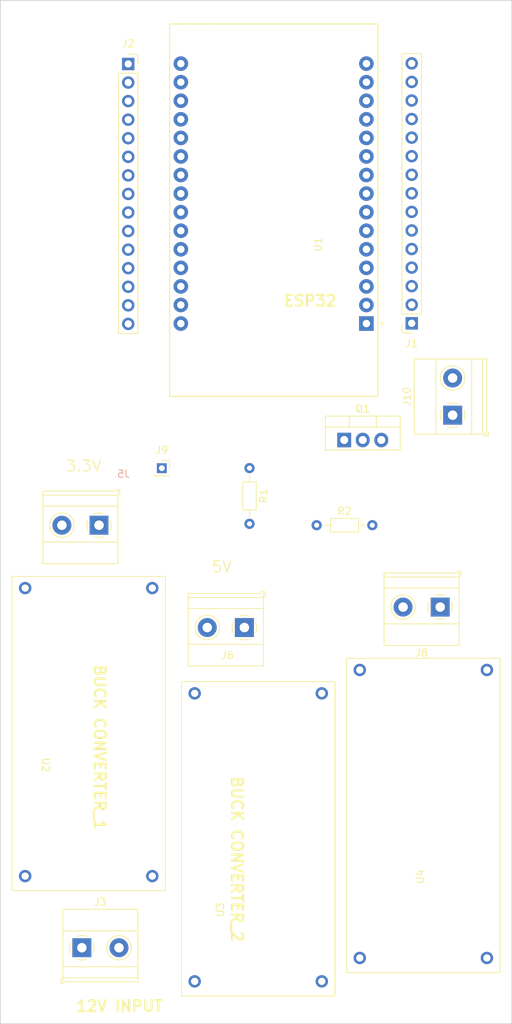
<source format=kicad_pcb>
(kicad_pcb (version 20211014) (generator pcbnew)
  (layers (0 "F.Cu" signal) (31 "B.Cu" signal) (34 "B.Paste" user) (35 "F.Paste" user) (36 "B.SilkS" user "B.Silkscreen") (37 "F.SilkS" user "F.Silkscreen") (38 "B.Mask" user) (39 "F.Mask" user) (44 "Edge.Cuts" user))
  (net 0 "")
  (net 1 "Net-(J1-Pad1)")
  (net 2 "Net-(J1-Pad3)")
  (net 3 "Net-(J1-Pad4)")
  (net 4 "Net-(J1-Pad5)")
  (net 5 "Net-(J1-Pad6)")
  (net 6 "Net-(J1-Pad7)")
  (net 7 "Net-(J1-Pad8)")
  (net 8 "Net-(J1-Pad9)")
  (net 9 "Net-(J1-Pad10)")
  (net 10 "Net-(J1-Pad11)")
  (net 11 "Net-(J1-Pad12)")
  (net 12 "Net-(J1-Pad13)")
  (net 13 "Net-(J1-Pad14)")
  (net 14 "Net-(J1-Pad15)")
  (net 15 "Net-(J2-Pad1)")
  (net 16 "Net-(J2-Pad2)")
  (net 17 "Net-(J2-Pad3)")
  (net 18 "Net-(J2-Pad4)")
  (net 19 "Net-(J2-Pad5)")
  (net 20 "Net-(J2-Pad6)")
  (net 21 "Net-(J2-Pad7)")
  (net 22 "Net-(J2-Pad8)")
  (net 23 "Net-(J2-Pad9)")
  (net 24 "Net-(J2-Pad10)")
  (net 25 "Net-(J2-Pad11)")
  (net 26 "Net-(J2-Pad12)")
  (net 27 "Net-(J2-Pad13)")
  (net 28 "Net-(J2-Pad15)")
  (net 29 "Net-(J3-Pad1)")
  (net 30 "/GND")
  (net 31 "/+3.3V")
  (net 32 "/+5V")
  (net 33 "/+9V")
  (net 34 "Net-(R1-Pad1)")
  (net 35 "Net-(J10-Pad2)")
  (net 36 "Net-(R1-Pad2)")
  (net 37 "Net-(J3-Pad2)")
  (footprint "converters:buck_converter" (layer "F.Cu") (at 104.795 176.205 90)
    (fp_text reference "U3" (at 11.805 5.305 90 unlocked) (layer "F.SilkS"))
    (fp_text value "buck_converter")
    (fp_rect (start 0 0) (end 43 21) (layer "F.SilkS") (width 0.12) (fill none))
    (pad "1" thru_hole oval (at 2 1.8 90) (size 1.7 1.7) (drill 1) (layers *.Cu *.Mask) (net 37 "Net-(J3-Pad2)"))
    (pad "2" thru_hole oval (at 2 19.2 90) (size 1.7 1.7) (drill 1) (layers *.Cu *.Mask) (net 29 "Net-(J3-Pad1)"))
    (pad "3" thru_hole oval (at 41.4 1.8 90) (size 1.7 1.7) (drill 1) (layers *.Cu *.Mask) (net 32 "/+5V"))
    (pad "4" thru_hole oval (at 41.4 19.2 90) (size 1.7 1.7) (drill 1) (layers *.Cu *.Mask) (net 30 "/GND"))
  )
  (footprint "Connector_PinSocket_2.54mm:PinSocket_1x15_P2.54mm_Vertical" (layer "F.Cu") (at 97.5 48.7)
    (fp_text reference "J2" (at 0 -2.77) (layer "F.SilkS"))
    (fp_text value "Conn_01x15_Female")
    (fp_line (start -1.33 36.89) (end 1.33 36.89) (layer "F.SilkS") (width 0.12))
    (fp_line (start 1.33 -1.33) (end 1.33 0) (layer "F.SilkS") (width 0.12))
    (fp_line (start 1.33 1.27) (end 1.33 36.89) (layer "F.SilkS") (width 0.12))
    (fp_line (start -1.33 1.27) (end 1.33 1.27) (layer "F.SilkS") (width 0.12))
    (fp_line (start -1.33 1.27) (end -1.33 36.89) (layer "F.SilkS") (width 0.12))
    (fp_line (start 0 -1.33) (end 1.33 -1.33) (layer "F.SilkS") (width 0.12))
    (pad "1" thru_hole rect (at 0 0) (size 1.7 1.7) (drill 1) (layers *.Cu *.Mask) (net 15 "Net-(J2-Pad1)"))
    (pad "2" thru_hole oval (at 0 2.54) (size 1.7 1.7) (drill 1) (layers *.Cu *.Mask) (net 16 "Net-(J2-Pad2)"))
    (pad "3" thru_hole oval (at 0 5.08) (size 1.7 1.7) (drill 1) (layers *.Cu *.Mask) (net 17 "Net-(J2-Pad3)"))
    (pad "4" thru_hole oval (at 0 7.62) (size 1.7 1.7) (drill 1) (layers *.Cu *.Mask) (net 18 "Net-(J2-Pad4)"))
    (pad "5" thru_hole oval (at 0 10.16) (size 1.7 1.7) (drill 1) (layers *.Cu *.Mask) (net 19 "Net-(J2-Pad5)"))
    (pad "6" thru_hole oval (at 0 12.7) (size 1.7 1.7) (drill 1) (layers *.Cu *.Mask) (net 20 "Net-(J2-Pad6)"))
    (pad "7" thru_hole oval (at 0 15.24) (size 1.7 1.7) (drill 1) (layers *.Cu *.Mask) (net 21 "Net-(J2-Pad7)"))
    (pad "8" thru_hole oval (at 0 17.78) (size 1.7 1.7) (drill 1) (layers *.Cu *.Mask) (net 22 "Net-(J2-Pad8)"))
    (pad "9" thru_hole oval (at 0 20.32) (size 1.7 1.7) (drill 1) (layers *.Cu *.Mask) (net 23 "Net-(J2-Pad9)"))
    (pad "10" thru_hole oval (at 0 22.86) (size 1.7 1.7) (drill 1) (layers *.Cu *.Mask) (net 24 "Net-(J2-Pad10)"))
    (pad "11" thru_hole oval (at 0 25.4) (size 1.7 1.7) (drill 1) (layers *.Cu *.Mask) (net 25 "Net-(J2-Pad11)"))
    (pad "12" thru_hole oval (at 0 27.94) (size 1.7 1.7) (drill 1) (layers *.Cu *.Mask) (net 26 "Net-(J2-Pad12)"))
    (pad "13" thru_hole oval (at 0 30.48) (size 1.7 1.7) (drill 1) (layers *.Cu *.Mask) (net 27 "Net-(J2-Pad13)"))
    (pad "14" thru_hole oval (at 0 33.02) (size 1.7 1.7) (drill 1) (layers *.Cu *.Mask) (net 30 "/GND"))
    (pad "15" thru_hole oval (at 0 35.56) (size 1.7 1.7) (drill 1) (layers *.Cu *.Mask) (net 28 "Net-(J2-Pad15)"))
  )
  (footprint "Connector_PinSocket_2.00mm:PinSocket_1x01_P2.00mm_Vertical" (layer "F.Cu") (at 102.1 104)
    (fp_text reference "J9" (at 0 -2.5) (layer "F.SilkS"))
    (fp_text value "D")
    (fp_line (start -1.06 0.94) (end -1.06 1.06) (layer "F.SilkS") (width 0.12))
    (fp_line (start 0 -1.06) (end 1.06 -1.06) (layer "F.SilkS") (width 0.12))
    (fp_line (start 1.06 0.94) (end 1.06 1.06) (layer "F.SilkS") (width 0.12))
    (fp_line (start -1.06 1.06) (end 1.06 1.06) (layer "F.SilkS") (width 0.12))
    (fp_line (start 1.06 -1.06) (end 1.06 0) (layer "F.SilkS") (width 0.12))
    (pad "1" thru_hole rect (at 0 0) (size 1.35 1.35) (drill 0.8) (layers *.Cu *.Mask) (net 34 "Net-(R1-Pad1)"))
  )
  (footprint "TerminalBlock_Phoenix:TerminalBlock_Phoenix_MKDS-1,5-2-5.08_1x02_P5.08mm_Horizontal" (layer "F.Cu") (at 140.2 123 180)
    (fp_text reference "J8" (at 2.54 -6.26) (layer "F.SilkS"))
    (fp_text value "9V")
    (fp_line (start 4.046 1.239) (end 4.011 1.274) (layer "F.SilkS") (width 0.12))
    (fp_line (start 6.15 -1.275) (end 6.115 -1.239) (layer "F.SilkS") (width 0.12))
    (fp_line (start -2.6 -2.301) (end 7.68 -2.301) (layer "F.SilkS") (width 0.12))
    (fp_line (start -2.84 4.9) (end -2.34 4.9) (layer "F.SilkS") (width 0.12))
    (fp_line (start -2.6 4.66) (end 7.68 4.66) (layer "F.SilkS") (width 0.12))
    (fp_line (start -2.6 2.6) (end 7.68 2.6) (layer "F.SilkS") (width 0.12))
    (fp_line (start -2.6 4.1) (end 7.68 4.1) (layer "F.SilkS") (width 0.12))
    (fp_line (start 7.68 -5.261) (end 7.68 4.66) (layer "F.SilkS") (width 0.12))
    (fp_line (start -2.6 -5.261) (end -2.6 4.66) (layer "F.SilkS") (width 0.12))
    (fp_line (start -2.84 4.16) (end -2.84 4.9) (layer "F.SilkS") (width 0.12))
    (fp_line (start -2.6 -5.261) (end 7.68 -5.261) (layer "F.SilkS") (width 0.12))
    (fp_line (start 6.355 -1.069) (end 6.308 -1.023) (layer "F.SilkS") (width 0.12))
    (fp_line (start 3.853 1.023) (end 3.806 1.069) (layer "F.SilkS") (width 0.12))
    (fp_arc (start -1.535427 0.683042) (mid -1.680501 -0.000524) (end -1.535 -0.684) (layer "F.SilkS") (width 0.12))
    (fp_arc (start 1.535427 -0.683042) (mid 1.680501 0.000524) (end 1.535 0.684) (layer "F.SilkS") (width 0.12))
    (fp_arc (start 0.028805 1.680253) (mid -0.335551 1.646659) (end -0.684 1.535) (layer "F.SilkS") (width 0.12))
    (fp_arc (start 0.683318 1.534756) (mid 0.349292 1.643288) (end 0 1.68) (layer "F.SilkS") (width 0.12))
    (fp_arc (start -0.683042 -1.535427) (mid 0.000524 -1.680501) (end 0.684 -1.535) (layer "F.SilkS") (width 0.12))
    (fp_circle (center 5.08 0) (end 6.76 0) (layer "F.SilkS") (width 0.12) (fill none))
    (pad "1" thru_hole rect (at 0 0 180) (size 2.6 2.6) (drill 1.3) (layers *.Cu *.Mask) (net 33 "/+9V"))
    (pad "2" thru_hole circle (at 5.08 0 180) (size 2.6 2.6) (drill 1.3) (layers *.Cu *.Mask) (net 30 "/GND"))
  )
  (footprint "Resistor_THT:R_Axial_DIN0204_L3.6mm_D1.6mm_P7.62mm_Horizontal" (layer "F.Cu") (at 123.29 111.8)
    (fp_text reference "R2" (at 3.81 -1.92) (layer "F.SilkS"))
    (fp_text value "1OK")
    (fp_line (start 5.73 0.92) (end 5.73 -0.92) (layer "F.SilkS") (width 0.12))
    (fp_line (start 0.94 0) (end 1.89 0) (layer "F.SilkS") (width 0.12))
    (fp_line (start 1.89 0.92) (end 5.73 0.92) (layer "F.SilkS") (width 0.12))
    (fp_line (start 1.89 -0.92) (end 1.89 0.92) (layer "F.SilkS") (width 0.12))
    (fp_line (start 6.68 0) (end 5.73 0) (layer "F.SilkS") (width 0.12))
    (fp_line (start 5.73 -0.92) (end 1.89 -0.92) (layer "F.SilkS") (width 0.12))
    (pad "1" thru_hole circle (at 0 0) (size 1.4 1.4) (drill 0.7) (layers *.Cu *.Mask) (net 36 "Net-(R1-Pad2)"))
    (pad "2" thru_hole oval (at 7.62 0) (size 1.4 1.4) (drill 0.7) (layers *.Cu *.Mask) (net 30 "/GND"))
  )
  (footprint "converters:buck_converter" (layer "F.Cu") (at 81.595 161.805 90)
    (fp_text reference "U2" (at 17.21 4.61 -90 unlocked) (layer "F.SilkS"))
    (fp_text value "buck_converter")
    (fp_rect (start 0 0) (end 43 21) (layer "F.SilkS") (width 0.12) (fill none))
    (pad "1" thru_hole oval (at 2 1.8 90) (size 1.7 1.7) (drill 1) (layers *.Cu *.Mask) (net 37 "Net-(J3-Pad2)"))
    (pad "2" thru_hole oval (at 2 19.2 90) (size 1.7 1.7) (drill 1) (layers *.Cu *.Mask) (net 29 "Net-(J3-Pad1)"))
    (pad "3" thru_hole oval (at 41.4 1.8 90) (size 1.7 1.7) (drill 1) (layers *.Cu *.Mask) (net 31 "/+3.3V"))
    (pad "4" thru_hole oval (at 41.4 19.2 90) (size 1.7 1.7) (drill 1) (layers *.Cu *.Mask) (net 30 "/GND"))
  )
  (footprint "Connector_PinSocket_2.54mm:PinSocket_1x15_P2.54mm_Vertical" (layer "F.Cu") (at 136.3 84.18 180)
    (fp_text reference "J1" (at 0 -2.77) (layer "F.SilkS"))
    (fp_text value "Conn_01x15_Female")
    (fp_line (start -1.33 36.89) (end 1.33 36.89) (layer "F.SilkS") (width 0.12))
    (fp_line (start -1.33 1.27) (end -1.33 36.89) (layer "F.SilkS") (width 0.12))
    (fp_line (start 0 -1.33) (end 1.33 -1.33) (layer "F.SilkS") (width 0.12))
    (fp_line (start 1.33 1.27) (end 1.33 36.89) (layer "F.SilkS") (width 0.12))
    (fp_line (start -1.33 1.27) (end 1.33 1.27) (layer "F.SilkS") (width 0.12))
    (fp_line (start 1.33 -1.33) (end 1.33 0) (layer "F.SilkS") (width 0.12))
    (pad "1" thru_hole rect (at 0 0 180) (size 1.7 1.7) (drill 1) (layers *.Cu *.Mask) (net 1 "Net-(J1-Pad1)"))
    (pad "2" thru_hole oval (at 0 2.54 180) (size 1.7 1.7) (drill 1) (layers *.Cu *.Mask) (net 30 "/GND"))
    (pad "3" thru_hole oval (at 0 5.08 180) (size 1.7 1.7) (drill 1) (layers *.Cu *.Mask) (net 2 "Net-(J1-Pad3)"))
    (pad "4" thru_hole oval (at 0 7.62 180) (size 1.7 1.7) (drill 1) (layers *.Cu *.Mask) (net 3 "Net-(J1-Pad4)"))
    (pad "5" thru_hole oval (at 0 10.16 180) (size 1.7 1.7) (drill 1) (layers *.Cu *.Mask) (net 4 "Net-(J1-Pad5)"))
    (pad "6" thru_hole oval (at 0 12.7 180) (size 1.7 1.7) (drill 1) (layers *.Cu *.Mask) (net 5 "Net-(J1-Pad6)"))
    (pad "7" thru_hole oval (at 0 15.24 180) (size 1.7 1.7) (drill 1) (layers *.Cu *.Mask) (net 6 "Net-(J1-Pad7)"))
    (pad "8" thru_hole oval (at 0 17.78 180) (size 1.7 1.7) (drill 1) (layers *.Cu *.Mask) (net 7 "Net-(J1-Pad8)"))
    (pad "9" thru_hole oval (at 0 20.32 180) (size 1.7 1.7) (drill 1) (layers *.Cu *.Mask) (net 8 "Net-(J1-Pad9)"))
    (pad "10" thru_hole oval (at 0 22.86 180) (size 1.7 1.7) (drill 1) (layers *.Cu *.Mask) (net 9 "Net-(J1-Pad10)"))
    (pad "11" thru_hole oval (at 0 25.4 180) (size 1.7 1.7) (drill 1) (layers *.Cu *.Mask) (net 10 "Net-(J1-Pad11)"))
    (pad "12" thru_hole oval (at 0 27.94 180) (size 1.7 1.7) (drill 1) (layers *.Cu *.Mask) (net 11 "Net-(J1-Pad12)"))
    (pad "13" thru_hole oval (at 0 30.48 180) (size 1.7 1.7) (drill 1) (layers *.Cu *.Mask) (net 12 "Net-(J1-Pad13)"))
    (pad "14" thru_hole oval (at 0 33.02 180) (size 1.7 1.7) (drill 1) (layers *.Cu *.Mask) (net 13 "Net-(J1-Pad14)"))
    (pad "15" thru_hole oval (at 0 35.56 180) (size 1.7 1.7) (drill 1) (layers *.Cu *.Mask) (net 14 "Net-(J1-Pad15)"))
  )
  (footprint "ESP32-DEVKIT-V1:MODULE_ESP32_DEVKIT_V1" (layer "F.Cu") (at 117.4 68.7 180)
    (fp_text reference "U1" (at -6.1 -4.7 90) (layer "F.SilkS"))
    (fp_text value "ESP32-DEVKIT-V1")
    (fp_line (start 8.78 25.475) (end 14.23 25.475) (layer "F.SilkS") (width 0.127))
    (fp_line (start -14.28 -25.475) (end -3.211 -25.475) (layer "F.SilkS") (width 0.127))
    (fp_line (start -3.211 -25.475) (end 3.5 -25.475) (layer "F.SilkS") (width 0.127))
    (fp_line (start 14.23 25.475) (end -14.28 25.475) (layer "F.SilkS") (width 0.127))
    (fp_line (start 14.23 -25.475) (end 14.23 25.475) (layer "F.SilkS") (width 0.127))
    (fp_line (start 3.5 -25.475) (end 14.23 -25.475) (layer "F.SilkS") (width 0.127))
    (fp_line (start -14.28 25.475) (end -8.91 25.475) (layer "F.SilkS") (width 0.127))
    (fp_line (start -14.28 25.475) (end -14.28 -25.475) (layer "F.SilkS") (width 0.127))
    (fp_line (start 14.23 -25.475) (end 14.23 25.475) (layer "F.SilkS") (width 0.127))
    (fp_line (start -14.28 25.475) (end -14.28 -25.475) (layer "F.SilkS") (width 0.127))
    (fp_line (start -14.28 -25.475) (end 14.23 -25.475) (layer "F.SilkS") (width 0.127))
    (fp_line (start -8.91 25.475) (end 8.78 25.475) (layer "F.SilkS") (width 0.127))
    (fp_circle (center -14.85 -15.515) (end -14.75 -15.515) (layer "F.SilkS") (width 0.2) (fill none))
    (pad "" np_thru_hole circle locked (at -12.28 23.475 180) (size 3 3) (drill 3) (layers *.Cu *.Mask))
    (pad "" np_thru_hole circle locked (at -12.28 -23.475 180) (size 3 3) (drill 3) (layers *.Cu *.Mask))
    (pad "" np_thru_hole circle locked (at 12.23 23.475 180) (size 3 3) (drill 3) (layers *.Cu *.Mask))
    (pad "" np_thru_hole circle locked (at 12.23 -23.475 180) (size 3 3) (drill 3) (layers *.Cu *.Mask))
    (pad "1" thru_hole rect locked (at -12.7 -15.515 180) (size 2 2) (drill 1.02) (layers *.Cu *.Mask) (net 1 "Net-(J1-Pad1)"))
    (pad "2" thru_hole circle locked (at -12.7 -12.975 180) (size 2 2) (drill 1.02) (layers *.Cu *.Mask) (net 30 "/GND"))
    (pad "3" thru_hole circle locked (at -12.7 -10.435 180) (size 2 2) (drill 1.02) (layers *.Cu *.Mask) (net 2 "Net-(J1-Pad3)"))
    (pad "4" thru_hole circle locked (at -12.7 -7.895 180) (size 2 2) (drill 1.02) (layers *.Cu *.Mask) (net 3 "Net-(J1-Pad4)"))
    (pad "5" thru_hole circle locked (at -12.7 -5.355 180) (size 2 2) (drill 1.02) (layers *.Cu *.Mask) (net 4 "Net-(J1-Pad5)"))
    (pad "6" thru_hole circle locked (at -12.7 -2.815 180) (size 2 2) (drill 1.02) (layers *.Cu *.Mask) (net 5 "Net-(J1-Pad6)"))
    (pad "7" thru_hole circle locked (at -12.7 -0.275 180) (size 2 2) (drill 1.02) (layers *.Cu *.Mask) (net 6 "Net-(J1-Pad7)"))
    (pad "8" thru_hole circle locked (at -12.7 2.265 180) (size 2 2) (drill 1.02) (layers *.Cu *.Mask) (net 7 "Net-(J1-Pad8)"))
    (pad "9" thru_hole circle locked (at -12.7 4.805 180) (size 2 2) (drill 1.02) (layers *.Cu *.Mask) (net 8 "Net-(J1-Pad9)"))
    (pad "10" thru_hole circle locked (at -12.7 7.345 180) (size 2 2) (drill 1.02) (layers *.Cu *.Mask) (net 9 "Net-(J1-Pad10)"))
    (pad "11" thru_hole circle locked (at -12.7 9.885 180) (size 2 2) (drill 1.02) (layers *.Cu *.Mask) (net 10 "Net-(J1-Pad11)"))
    (pad "12" thru_hole circle locked (at -12.7 12.425 180) (size 2 2) (drill 1.02) (layers *.Cu *.Mask) (net 11 "Net-(J1-Pad12)"))
    (pad "13" thru_hole circle locked (at -12.7 14.965 180) (size 2 2) (drill 1.02) (layers *.Cu *.Mask) (net 12 "Net-(J1-Pad13)"))
    (pad "14" thru_hole circle locked (at -12.7 17.505 180) (size 2 2) (drill 1.02) (layers *.Cu *.Mask) (net 13 "Net-(J1-Pad14)"))
    (pad "15" thru_hole circle locked (at -12.7 20.045 180) (size 2 2) (drill 1.02) (layers *.Cu *.Mask) (net 14 "Net-(J1-Pad15)"))
    (pad "16" thru_hole circle locked (at 12.7 20.045 180) (size 2 2) (drill 1.02) (layers *.Cu *.Mask) (net 15 "Net-(J2-Pad1)"))
    (pad "17" thru_hole circle locked (at 12.7 17.505 180) (size 2 2) (drill 1.02) (layers *.Cu *.Mask) (net 16 "Net-(J2-Pad2)"))
    (pad "18" thru_hole circle locked (at 12.7 14.965 180) (size 2 2) (drill 1.02) (layers *.Cu *.Mask) (net 17 "Net-(J2-Pad3)"))
    (pad "19" thru_hole circle locked (at 12.7 12.425 180) (size 2 2) (drill 1.02) (layers *.Cu *.Mask) (net 18 "Net-(J2-Pad4)"))
    (pad "20" thru_hole circle locked (at 12.7 9.885 180) (size 2 2) (drill 1.02) (layers *.Cu *.Mask) (net 19 "Net-(J2-Pad5)"))
    (pad "21" thru_hole circle locked (at 12.7 7.345 180) (size 2 2) (drill 1.02) (layers *.Cu *.Mask) (net 20 "Net-(J2-Pad6)"))
    (pad "22" thru_hole circle locked (at 12.7 4.805 180) (size 2 2) (drill 1.02) (layers *.Cu *.Mask) (net 21 "Net-(J2-Pad7)"))
    (pad "23" thru_hole circle locked (at 12.7 2.265 180) (size 2 2) (drill 1.02) (layers *.Cu *.Mask) (net 22 "Net-(J2-Pad8)"))
    (pad "24" thru_hole circle locked (at 12.7 -0.275 180) (size 2 2) (drill 1.02) (layers *.Cu *.Mask) (net 23 "Net-(J2-Pad9)"))
    (pad "25" thru_hole circle locked (at 12.7 -2.815 180) (size 2 2) (drill 1.02) (layers *.Cu *.Mask) (net 24 "Net-(J2-Pad10)"))
    (pad "26" thru_hole circle locked (at 12.7 -5.355 180) (size 2 2) (drill 1.02) (layers *.Cu *.Mask) (net 25 "Net-(J2-Pad11)"))
    (pad "27" thru_hole circle locked (at 12.7 -7.895 180) (size 2 2) (drill 1.02) (layers *.Cu *.Mask) (net 26 "Net-(J2-Pad12)"))
    (pad "28" thru_hole circle locked (at 12.7 -10.435 180) (size 2 2) (drill 1.02) (layers *.Cu *.Mask) (net 27 "Net-(J2-Pad13)"))
    (pad "29" thru_hole circle locked (at 12.7 -12.975 180) (size 2 2) (drill 1.02) (layers *.Cu *.Mask) (net 30 "/GND"))
    (pad "30" thru_hole circle locked (at 12.7 -15.515 180) (size 2 2) (drill 1.02) (layers *.Cu *.Mask) (net 28 "Net-(J2-Pad15)"))
  )
  (footprint "TerminalBlock_Phoenix:TerminalBlock_Phoenix_MKDS-1,5-2-5.08_1x02_P5.08mm_Horizontal" (layer "F.Cu") (at 91.155 169.605)
    (fp_text reference "J3" (at 2.54 -6.26) (layer "F.SilkS"))
    (fp_text value "12V_IN")
    (fp_line (start 6.15 -1.275) (end 6.115 -1.239) (layer "F.SilkS") (width 0.12))
    (fp_line (start -2.6 4.1) (end 7.68 4.1) (layer "F.SilkS") (width 0.12))
    (fp_line (start 3.853 1.023) (end 3.806 1.069) (layer "F.SilkS") (width 0.12))
    (fp_line (start 4.046 1.239) (end 4.011 1.274) (layer "F.SilkS") (width 0.12))
    (fp_line (start -2.6 -2.301) (end 7.68 -2.301) (layer "F.SilkS") (width 0.12))
    (fp_line (start -2.84 4.16) (end -2.84 4.9) (layer "F.SilkS") (width 0.12))
    (fp_line (start 6.355 -1.069) (end 6.308 -1.023) (layer "F.SilkS") (width 0.12))
    (fp_line (start 7.68 -5.261) (end 7.68 4.66) (layer "F.SilkS") (width 0.12))
    (fp_line (start -2.6 2.6) (end 7.68 2.6) (layer "F.SilkS") (width 0.12))
    (fp_line (start -2.84 4.9) (end -2.34 4.9) (layer "F.SilkS") (width 0.12))
    (fp_line (start -2.6 -5.261) (end -2.6 4.66) (layer "F.SilkS") (width 0.12))
    (fp_line (start -2.6 -5.261) (end 7.68 -5.261) (layer "F.SilkS") (width 0.12))
    (fp_line (start -2.6 4.66) (end 7.68 4.66) (layer "F.SilkS") (width 0.12))
    (fp_arc (start 0.028805 1.680253) (mid -0.335551 1.646659) (end -0.684 1.535) (layer "F.SilkS") (width 0.12))
    (fp_arc (start 1.535427 -0.683042) (mid 1.680501 0.000524) (end 1.535 0.684) (layer "F.SilkS") (width 0.12))
    (fp_arc (start -1.535427 0.683042) (mid -1.680501 -0.000524) (end -1.535 -0.684) (layer "F.SilkS") (width 0.12))
    (fp_arc (start 0.683318 1.534756) (mid 0.349292 1.643288) (end 0 1.68) (layer "F.SilkS") (width 0.12))
    (fp_arc (start -0.683042 -1.535427) (mid 0.000524 -1.680501) (end 0.684 -1.535) (layer "F.SilkS") (width 0.12))
    (fp_circle (center 5.08 0) (end 6.76 0) (layer "F.SilkS") (width 0.12) (fill none))
    (pad "1" thru_hole rect (at 0 0) (size 2.6 2.6) (drill 1.3) (layers *.Cu *.Mask) (net 29 "Net-(J3-Pad1)"))
    (pad "2" thru_hole circle (at 5.08 0) (size 2.6 2.6) (drill 1.3) (layers *.Cu *.Mask) (net 37 "Net-(J3-Pad2)"))
  )
  (footprint "converters:buck_converter" (layer "F.Cu") (at 127.395 173.005 90)
    (fp_text reference "U4" (at 13.105 10.105 90 unlocked) (layer "F.SilkS"))
    (fp_text value "buck_converter")
    (fp_rect (start 0 0) (end 43 21) (layer "F.SilkS") (width 0.12) (fill none))
    (pad "1" thru_hole oval (at 2 1.8 90) (size 1.7 1.7) (drill 1) (layers *.Cu *.Mask) (net 37 "Net-(J3-Pad2)"))
    (pad "2" thru_hole oval (at 2 19.2 90) (size 1.7 1.7) (drill 1) (layers *.Cu *.Mask) (net 29 "Net-(J3-Pad1)"))
    (pad "3" thru_hole oval (at 41.4 1.8 90) (size 1.7 1.7) (drill 1) (layers *.Cu *.Mask) (net 33 "/+9V"))
    (pad "4" thru_hole oval (at 41.4 19.2 90) (size 1.7 1.7) (drill 1) (layers *.Cu *.Mask) (net 30 "/GND"))
  )
  (footprint "Package_TO_SOT_THT:TO-220-3_Vertical" (layer "F.Cu") (at 127.06 100.145)
    (fp_text reference "Q1" (at 2.54 -4.27) (layer "F.SilkS"))
    (fp_text value "IRLZ34N")
    (fp_line (start 0.69 -3.27) (end 0.69 -1.76) (layer "F.SilkS") (width 0.12))
    (fp_line (start -2.58 -1.76) (end 7.66 -1.76) (layer "F.SilkS") (width 0.12))
    (fp_line (start -2.58 1.371) (end 7.66 1.371) (layer "F.SilkS") (width 0.12))
    (fp_line (start -2.58 -3.27) (end -2.58 1.371) (layer "F.SilkS") (width 0.12))
    (fp_line (start 4.391 -3.27) (end 4.391 -1.76) (layer "F.SilkS") (width 0.12))
    (fp_line (start 7.66 -3.27) (end 7.66 1.371) (layer "F.SilkS") (width 0.12))
    (fp_line (start -2.58 -3.27) (end 7.66 -3.27) (layer "F.SilkS") (width 0.12))
    (pad "1" thru_hole rect (at 0 0) (size 1.905 2) (drill 1.1) (layers *.Cu *.Mask) (net 36 "Net-(R1-Pad2)"))
    (pad "2" thru_hole oval (at 2.54 0) (size 1.905 2) (drill 1.1) (layers *.Cu *.Mask) (net 35 "Net-(J10-Pad2)"))
    (pad "3" thru_hole oval (at 5.08 0) (size 1.905 2) (drill 1.1) (layers *.Cu *.Mask) (net 30 "/GND"))
  )
  (footprint "TerminalBlock_Phoenix:TerminalBlock_Phoenix_MKDS-1,5-2-5.08_1x02_P5.08mm_Horizontal" (layer "F.Cu") (at 113.4 125.8 180)
    (fp_text reference "J6" (at 2.3 -3.8) (layer "F.SilkS"))
    (fp_text value "5V")
    (fp_line (start 3.853 1.023) (end 3.806 1.069) (layer "F.SilkS") (width 0.12))
    (fp_line (start -2.6 2.6) (end 7.68 2.6) (layer "F.SilkS") (width 0.12))
    (fp_line (start 7.68 -5.261) (end 7.68 4.66) (layer "F.SilkS") (width 0.12))
    (fp_line (start -2.6 -2.301) (end 7.68 -2.301) (layer "F.SilkS") (width 0.12))
    (fp_line (start -2.84 4.16) (end -2.84 4.9) (layer "F.SilkS") (width 0.12))
    (fp_line (start 6.355 -1.069) (end 6.308 -1.023) (layer "F.SilkS") (width 0.12))
    (fp_line (start -2.6 4.1) (end 7.68 4.1) (layer "F.SilkS") (width 0.12))
    (fp_line (start -2.6 -5.261) (end 7.68 -5.261) (layer "F.SilkS") (width 0.12))
    (fp_line (start 6.15 -1.275) (end 6.115 -1.239) (layer "F.SilkS") (width 0.12))
    (fp_line (start -2.6 4.66) (end 7.68 4.66) (layer "F.SilkS") (width 0.12))
    (fp_line (start -2.84 4.9) (end -2.34 4.9) (layer "F.SilkS") (width 0.12))
    (fp_line (start 4.046 1.239) (end 4.011 1.274) (layer "F.SilkS") (width 0.12))
    (fp_line (start -2.6 -5.261) (end -2.6 4.66) (layer "F.SilkS") (width 0.12))
    (fp_arc (start 0.683318 1.534756) (mid 0.349292 1.643288) (end 0 1.68) (layer "F.SilkS") (width 0.12))
    (fp_arc (start -0.683042 -1.535427) (mid 0.000524 -1.680501) (end 0.684 -1.535) (layer "F.SilkS") (width 0.12))
    (fp_arc (start 0.028805 1.680253) (mid -0.335551 1.646659) (end -0.684 1.535) (layer "F.SilkS") (width 0.12))
    (fp_arc (start 1.535427 -0.683042) (mid 1.680501 0.000524) (end 1.535 0.684) (layer "F.SilkS") (width 0.12))
    (fp_arc (start -1.535427 0.683042) (mid -1.680501 -0.000524) (end -1.535 -0.684) (layer "F.SilkS") (width 0.12))
    (fp_circle (center 5.08 0) (end 6.76 0) (layer "F.SilkS") (width 0.12) (fill none))
    (pad "1" thru_hole rect (at 0 0 180) (size 2.6 2.6) (drill 1.3) (layers *.Cu *.Mask) (net 32 "/+5V"))
    (pad "2" thru_hole circle (at 5.08 0 180) (size 2.6 2.6) (drill 1.3) (layers *.Cu *.Mask) (net 30 "/GND"))
  )
  (footprint "TerminalBlock_Phoenix:TerminalBlock_Phoenix_MKDS-1,5-2-5.08_1x02_P5.08mm_Horizontal" (layer "F.Cu") (at 93.5 111.8 180)
    (fp_text reference "J5" (at -3.355 6.995) (layer "B.SilkS") (effects (justify mirror)))
    (fp_text value "3.3V")
    (fp_line (start 6.15 -1.275) (end 6.115 -1.239) (layer "F.SilkS") (width 0.12))
    (fp_line (start -2.6 4.66) (end 7.68 4.66) (layer "F.SilkS") (width 0.12))
    (fp_line (start 4.046 1.239) (end 4.011 1.274) (layer "F.SilkS") (width 0.12))
    (fp_line (start -2.6 -5.261) (end 7.68 -5.261) (layer "F.SilkS") (width 0.12))
    (fp_line (start -2.6 -2.301) (end 7.68 -2.301) (layer "F.SilkS") (width 0.12))
    (fp_line (start -2.84 4.9) (end -2.34 4.9) (layer "F.SilkS") (width 0.12))
    (fp_line (start -2.6 -5.261) (end -2.6 4.66) (layer "F.SilkS") (width 0.12))
    (fp_line (start -2.6 4.1) (end 7.68 4.1) (layer "F.SilkS") (width 0.12))
    (fp_line (start 3.853 1.023) (end 3.806 1.069) (layer "F.SilkS") (width 0.12))
    (fp_line (start -2.6 2.6) (end 7.68 2.6) (layer "F.SilkS") (width 0.12))
    (fp_line (start 6.355 -1.069) (end 6.308 -1.023) (layer "F.SilkS") (width 0.12))
    (fp_line (start -2.84 4.16) (end -2.84 4.9) (layer "F.SilkS") (width 0.12))
    (fp_line (start 7.68 -5.261) (end 7.68 4.66) (layer "F.SilkS") (width 0.12))
    (fp_arc (start -1.535427 0.683042) (mid -1.680501 -0.000524) (end -1.535 -0.684) (layer "F.SilkS") (width 0.12))
    (fp_arc (start -0.683042 -1.535427) (mid 0.000524 -1.680501) (end 0.684 -1.535) (layer "F.SilkS") (width 0.12))
    (fp_arc (start 0.028805 1.680253) (mid -0.335551 1.646659) (end -0.684 1.535) (layer "F.SilkS") (width 0.12))
    (fp_arc (start 0.683318 1.534756) (mid 0.349292 1.643288) (end 0 1.68) (layer "F.SilkS") (width 0.12))
    (fp_arc (start 1.535427 -0.683042) (mid 1.680501 0.000524) (end 1.535 0.684) (layer "F.SilkS") (width 0.12))
    (fp_circle (center 5.08 0) (end 6.76 0) (layer "F.SilkS") (width 0.12) (fill none))
    (pad "1" thru_hole rect (at 0 0 180) (size 2.6 2.6) (drill 1.3) (layers *.Cu *.Mask) (net 30 "/GND"))
    (pad "2" thru_hole circle (at 5.08 0 180) (size 2.6 2.6) (drill 1.3) (layers *.Cu *.Mask) (net 31 "/+3.3V"))
  )
  (footprint "TerminalBlock_Phoenix:TerminalBlock_Phoenix_MKDS-1,5-2-5.08_1x02_P5.08mm_Horizontal" (layer "F.Cu") (at 141.905 96.745 90)
    (fp_text reference "J10" (at 2.54 -6.26 90) (layer "F.SilkS"))
    (fp_text value "Solenoid conn")
    (fp_line (start -2.6 -5.261) (end -2.6 4.66) (layer "F.SilkS") (width 0.12))
    (fp_line (start -2.6 4.1) (end 7.68 4.1) (layer "F.SilkS") (width 0.12))
    (fp_line (start 6.15 -1.275) (end 6.115 -1.239) (layer "F.SilkS") (width 0.12))
    (fp_line (start -2.84 4.16) (end -2.84 4.9) (layer "F.SilkS") (width 0.12))
    (fp_line (start 6.355 -1.069) (end 6.308 -1.023) (layer "F.SilkS") (width 0.12))
    (fp_line (start -2.6 -2.301) (end 7.68 -2.301) (layer "F.SilkS") (width 0.12))
    (fp_line (start -2.6 4.66) (end 7.68 4.66) (layer "F.SilkS") (width 0.12))
    (fp_line (start -2.6 2.6) (end 7.68 2.6) (layer "F.SilkS") (width 0.12))
    (fp_line (start 3.853 1.023) (end 3.806 1.069) (layer "F.SilkS") (width 0.12))
    (fp_line (start -2.84 4.9) (end -2.34 4.9) (layer "F.SilkS") (width 0.12))
    (fp_line (start 7.68 -5.261) (end 7.68 4.66) (layer "F.SilkS") (width 0.12))
    (fp_line (start 4.046 1.239) (end 4.011 1.274) (layer "F.SilkS") (width 0.12))
    (fp_line (start -2.6 -5.261) (end 7.68 -5.261) (layer "F.SilkS") (width 0.12))
    (fp_arc (start -1.535427 0.683042) (mid -1.680501 -0.000524) (end -1.535 -0.684) (layer "F.SilkS") (width 0.12))
    (fp_arc (start 0.683318 1.534756) (mid 0.349292 1.643288) (end 0 1.68) (layer "F.SilkS") (width 0.12))
    (fp_arc (start 0.028805 1.680253) (mid -0.335551 1.646659) (end -0.684 1.535) (layer "F.SilkS") (width 0.12))
    (fp_arc (start 1.535427 -0.683042) (mid 1.680501 0.000524) (end 1.535 0.684) (layer "F.SilkS") (width 0.12))
    (fp_arc (start -0.683042 -1.535427) (mid 0.000524 -1.680501) (end 0.684 -1.535) (layer "F.SilkS") (width 0.12))
    (fp_circle (center 5.08 0) (end 6.76 0) (layer "F.SilkS") (width 0.12) (fill none))
    (pad "1" thru_hole rect (at 0 0 90) (size 2.6 2.6) (drill 1.3) (layers *.Cu *.Mask) (net 33 "/+9V"))
    (pad "2" thru_hole circle (at 5.08 0 90) (size 2.6 2.6) (drill 1.3) (layers *.Cu *.Mask) (net 35 "Net-(J10-Pad2)"))
  )
  (footprint "Resistor_THT:R_Axial_DIN0204_L3.6mm_D1.6mm_P7.62mm_Horizontal" (layer "F.Cu") (at 114.1 103.99 -90)
    (fp_text reference "R1" (at 3.81 -1.92 90) (layer "F.SilkS"))
    (fp_text value "1K")
    (fp_line (start 1.89 0.92) (end 5.73 0.92) (layer "F.SilkS") (width 0.12))
    (fp_line (start 5.73 -0.92) (end 1.89 -0.92) (layer "F.SilkS") (width 0.12))
    (fp_line (start 5.73 0.92) (end 5.73 -0.92) (layer "F.SilkS") (width 0.12))
    (fp_line (start 6.68 0) (end 5.73 0) (layer "F.SilkS") (width 0.12))
    (fp_line (start 1.89 -0.92) (end 1.89 0.92) (layer "F.SilkS") (width 0.12))
    (fp_line (start 0.94 0) (end 1.89 0) (layer "F.SilkS") (width 0.12))
    (pad "1" thru_hole circle (at 0 0 270) (size 1.4 1.4) (drill 0.7) (layers *.Cu *.Mask) (net 34 "Net-(R1-Pad1)"))
    (pad "2" thru_hole oval (at 7.62 0 270) (size 1.4 1.4) (drill 0.7) (layers *.Cu *.Mask) (net 36 "Net-(R1-Pad2)"))
  )
  (gr_line (start 80 40) (end 80 180) (layer "Edge.Cuts") (width 0.1))
  (gr_line (start 80 40) (end 150 40) (layer "Edge.Cuts") (width 0.1))
  (gr_line (start 80 180) (end 150 180) (layer "Edge.Cuts") (width 0.1))
  (gr_line (start 150 180) (end 150 40) (layer "Edge.Cuts") (width 0.1))
  (gr_text "BUCK CONVERTER_2" (at 112.4 157.5 270) (layer "F.SilkS") (effects (font (size 1.5 1.5) (thickness 0.3))))
  (gr_text "5V" (at 110.3 117.5) (layer "F.SilkS") (effects (font (size 1.5 1.5))))
  (gr_text "BUCK CONVERTER_1" (at 93.6 142.2 270) (layer "F.SilkS") (effects (font (size 1.5 1.5) (thickness 0.3))))
  (gr_text "ESP32" (at 122.4 81.1) (layer "F.SilkS") (effects (font (size 1.5 1.5) (thickness 0.3))))
  (gr_text "12V INPUT" (at 96.3 177.6) (layer "F.SilkS") (effects (font (size 1.5 1.5) (thickness 0.3))))
  (gr_text "3.3V" (at 91.4 103.7) (layer "F.SilkS") (effects (font (size 1.5 1.5))))
)
</source>
